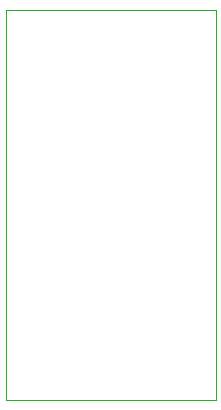
<source format=gbr>
%TF.GenerationSoftware,KiCad,Pcbnew,9.0.7*%
%TF.CreationDate,2026-01-28T18:20:07-05:00*%
%TF.ProjectId,DIPSTICKPRO_2354,44495053-5449-4434-9b50-524f5f323335,0*%
%TF.SameCoordinates,Original*%
%TF.FileFunction,Profile,NP*%
%FSLAX46Y46*%
G04 Gerber Fmt 4.6, Leading zero omitted, Abs format (unit mm)*
G04 Created by KiCad (PCBNEW 9.0.7) date 2026-01-28 18:20:07*
%MOMM*%
%LPD*%
G01*
G04 APERTURE LIST*
%TA.AperFunction,Profile*%
%ADD10C,0.050000*%
%TD*%
G04 APERTURE END LIST*
D10*
X-74600000Y74600000D02*
X-56820000Y74600000D01*
X-56820000Y41580000D01*
X-74600000Y41580000D01*
X-74600000Y74600000D01*
M02*

</source>
